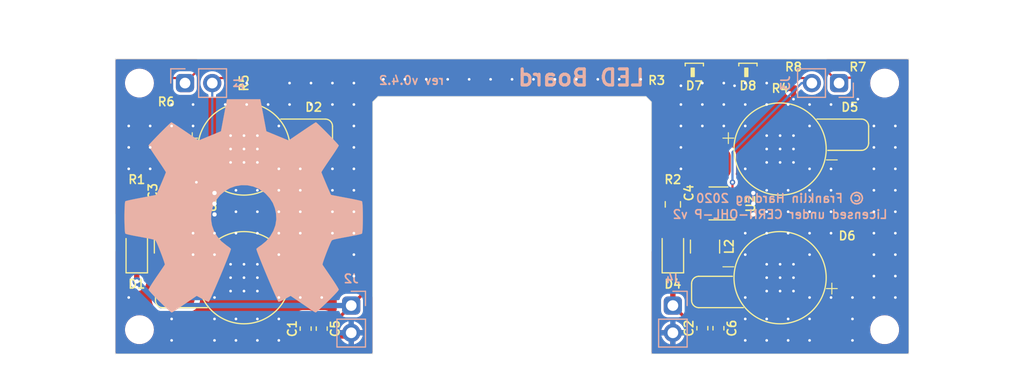
<source format=kicad_pcb>
(kicad_pcb (version 20221018) (generator pcbnew)
  (title_block (title "Gloworm") (date "2020-07-04") (rev "v0.4.0") (comment 1 "Copyright Franklin Harding 2020") (comment 2 "Licensed under CERN-OHL-P v2"))
  (layers (0 "F.Cu" signal) (31 "B.Cu" signal) (34 "B.Paste" user) (35 "F.Paste" user) (36 "B.SilkS" user "B.Silkscreen") (37 "F.SilkS" user "F.Silkscreen") (38 "B.Mask" user) (39 "F.Mask" user) (44 "Edge.Cuts" user))
  (net 0 "")
  (net 1 "+12V")
  (net 2 "GND")
  (net 3 "Net-(D1-Pad2)")
  (net 4 "Net-(D2-Pad2)")
  (net 5 "Net-(D2-Pad1)")
  (net 6 "Net-(D3-Pad1)")
  (net 7 "Net-(D4-Pad2)")
  (net 8 "Net-(D5-Pad2)")
  (net 9 "Net-(D5-Pad1)")
  (net 10 "Net-(D6-Pad1)")
  (net 11 "/CTRL_L")
  (net 12 "/USR_LED_A")
  (net 13 "/USR_LED_B")
  (net 14 "/CTRL_R")
  (net 15 "Net-(D7-Pad2)")
  (net 16 "Net-(D8-Pad2)")
  (footprint "Capacitor_SMD:C_0603_1608Metric" (layer "F.Cu") (at 50.75 65.15 -90)
    (fp_text reference "C1" (at 0 1.25 270) (layer "F.SilkS") (effects (font (size 0.8 0.8))))
    (fp_text value "10u")
    (pad "1" smd roundrect (at -0.7875 0 270) (size 0.875 0.95) (layers "F.Cu" "F.Paste" "F.Mask") (net 1 "+12V"))
    (pad "2" smd roundrect (at 0.7875 0 270) (size 0.875 0.95) (layers "F.Cu" "F.Paste" "F.Mask") (net 2 "GND"))
  )
  (footprint "Capacitor_SMD:C_0603_1608Metric" (layer "F.Cu") (at 87.75 65.1125 -90)
    (fp_text reference "C2" (at 0 1.25 270) (layer "F.SilkS") (effects (font (size 0.8 0.8))))
    (fp_text value "10u")
    (pad "1" smd roundrect (at -0.7875 0 270) (size 0.875 0.95) (layers "F.Cu" "F.Paste" "F.Mask") (net 1 "+12V"))
    (pad "2" smd roundrect (at 0.7875 0 270) (size 0.875 0.95) (layers "F.Cu" "F.Paste" "F.Mask") (net 2 "GND"))
  )
  (footprint "Inductor_SMD:L_1210_3225Metric" (layer "F.Cu") (at 38 57.5 90)
    (fp_text reference "L1" (at 0 2.25 270) (layer "F.SilkS") (effects (font (size 0.8 0.8))))
    (fp_text value "33u")
    (pad "1" smd roundrect (at -1.4 0 90) (size 1.25 2.65) (layers "F.Cu" "F.Paste" "F.Mask") (roundrect_rratio 0.2) (net 6 "Net-(D3-Pad1)"))
    (pad "2" smd roundrect (at 1.4 0 90) (size 1.25 2.65) (layers "F.Cu" "F.Paste" "F.Mask") (roundrect_rratio 0.2) (net 3 "Net-(D1-Pad2)"))
  )
  (footprint "Inductor_SMD:L_1210_3225Metric" (layer "F.Cu") (at 88 57.5 90)
    (fp_text reference "L2" (at 0 2.25 90) (layer "F.SilkS") (effects (font (size 0.8 0.8))))
    (fp_text value "33u")
    (pad "1" smd roundrect (at -1.4 0 90) (size 1.25 2.65) (layers "F.Cu" "F.Paste" "F.Mask") (roundrect_rratio 0.2) (net 10 "Net-(D6-Pad1)"))
    (pad "2" smd roundrect (at 1.4 0 90) (size 1.25 2.65) (layers "F.Cu" "F.Paste" "F.Mask") (roundrect_rratio 0.2) (net 7 "Net-(D4-Pad2)"))
  )
  (footprint "ledboard:LED_1W_3W_R8" (layer "F.Cu") (at 45 48.4 180)
    (fp_text reference "D2" (at -6.5 3.9) (layer "F.SilkS") (effects (font (size 0.8 0.8))))
    (fp_text value "GRN")
    (pad "1" smd roundrect locked (at -6.35 1.35 180) (size 3.5 2.7) (layers "F.Cu" "F.Paste" "F.Mask") (net 5 "Net-(D2-Pad1)"))
    (pad "2" smd roundrect locked (at 6.35 -1.35 180) (size 3.5 2.7) (layers "F.Cu" "F.Paste" "F.Mask") (net 4 "Net-(D2-Pad2)"))
    (pad "3" thru_hole circle locked (at -1.25 -1.25 180) (size 0.65 0.65) (drill 0.25) (layers "*.Cu") (net 2 "GND"))
    (pad "3" thru_hole circle locked (at -1.25 0 180) (size 0.65 0.65) (drill 0.25) (layers "*.Cu") (net 2 "GND"))
    (pad "3" thru_hole circle locked (at -1.25 1.25 180) (size 0.65 0.65) (drill 0.25) (layers "*.Cu") (net 2 "GND"))
    (pad "3" thru_hole circle locked (at 0 -1.25 180) (size 0.65 0.65) (drill 0.25) (layers "*.Cu") (net 2 "GND"))
    (pad "3" thru_hole circle locked (at 0 0 180) (size 0.65 0.65) (drill 0.25) (layers "*.Cu") (net 2 "GND"))
    (pad "3" smd circle locked (at 0 0 180) (size 5.7 5.7) (layers "F.Cu" "F.Paste" "F.Mask") (net 2 "GND"))
    (pad "3" thru_hole circle locked (at 0 1.25 180) (size 0.65 0.65) (drill 0.25) (layers "*.Cu") (net 2 "GND"))
    (pad "3" thru_hole circle locked (at 1.25 -1.25 180) (size 0.65 0.65) (drill 0.25) (layers "*.Cu") (net 2 "GND"))
    (pad "3" thru_hole circle locked (at 1.25 0 180) (size 0.65 0.65) (drill 0.25) (layers "*.Cu") (net 2 "GND"))
    (pad "3" thru_hole circle locked (at 1.25 1.25 180) (size 0.65 0.65) (drill 0.25) (layers "*.Cu") (net 2 "GND"))
  )
  (footprint "ledboard:LED_1W_3W_R8" (layer "F.Cu") (at 45 60.4)
    (fp_text reference "D3" (at 6.25 -3.9) (layer "F.SilkS") (effects (font (size 0.8 0.8))))
    (fp_text value "GRN")
    (pad "1" smd roundrect locked (at -6.35 1.35) (size 3.5 2.7) (layers "F.Cu" "F.Paste" "F.Mask") (net 6 "Net-(D3-Pad1)"))
    (pad "2" smd roundrect locked (at 6.35 -1.35) (size 3.5 2.7) (layers "F.Cu" "F.Paste" "F.Mask") (net 5 "Net-(D2-Pad1)"))
    (pad "3" thru_hole circle locked (at -1.25 -1.25) (size 0.65 0.65) (drill 0.25) (layers "*.Cu") (net 2 "GND"))
    (pad "3" thru_hole circle locked (at -1.25 0) (size 0.65 0.65) (drill 0.25) (layers "*.Cu") (net 2 "GND"))
    (pad "3" thru_hole circle locked (at -1.25 1.25) (size 0.65 0.65) (drill 0.25) (layers "*.Cu") (net 2 "GND"))
    (pad "3" thru_hole circle locked (at 0 -1.25) (size 0.65 0.65) (drill 0.25) (layers "*.Cu") (net 2 "GND"))
    (pad "3" thru_hole circle locked (at 0 0) (size 0.65 0.65) (drill 0.25) (layers "*.Cu") (net 2 "GND"))
    (pad "3" smd circle locked (at 0 0) (size 5.7 5.7) (layers "F.Cu" "F.Paste" "F.Mask") (net 2 "GND"))
    (pad "3" thru_hole circle locked (at 0 1.25) (size 0.65 0.65) (drill 0.25) (layers "*.Cu") (net 2 "GND"))
    (pad "3" thru_hole circle locked (at 1.25 -1.25) (size 0.65 0.65) (drill 0.25) (layers "*.Cu") (net 2 "GND"))
    (pad "3" thru_hole circle locked (at 1.25 0) (size 0.65 0.65) (drill 0.25) (layers "*.Cu") (net 2 "GND"))
    (pad "3" thru_hole circle locked (at 1.25 1.25) (size 0.65 0.65) (drill 0.25) (layers "*.Cu") (net 2 "GND"))
  )
  (footprint "ledboard:LED_1W_3W_R8" (layer "F.Cu") (at 95 48.4 180)
    (fp_text reference "D5" (at -6.5 3.9) (layer "F.SilkS") (effects (font (size 0.8 0.8))))
    (fp_text value "GRN")
    (pad "1" smd roundrect locked (at -6.35 1.35 180) (size 3.5 2.7) (layers "F.Cu" "F.Paste" "F.Mask") (net 9 "Net-(D5-Pad1)"))
    (pad "2" smd roundrect locked (at 6.35 -1.35 180) (size 3.5 2.7) (layers "F.Cu" "F.Paste" "F.Mask") (net 8 "Net-(D5-Pad2)"))
    (pad "3" thru_hole circle locked (at -1.25 -1.25 180) (size 0.65 0.65) (drill 0.25) (layers "*.Cu") (net 2 "GND"))
    (pad "3" thru_hole circle locked (at -1.25 0 180) (size 0.65 0.65) (drill 0.25) (layers "*.Cu") (net 2 "GND"))
    (pad "3" thru_hole circle locked (at -1.25 1.25 180) (size 0.65 0.65) (drill 0.25) (layers "*.Cu") (net 2 "GND"))
    (pad "3" thru_hole circle locked (at 0 -1.25 180) (size 0.65 0.65) (drill 0.25) (layers "*.Cu") (net 2 "GND"))
    (pad "3" thru_hole circle locked (at 0 0 180) (size 0.65 0.65) (drill 0.25) (layers "*.Cu") (net 2 "GND"))
    (pad "3" smd circle locked (at 0 0 180) (size 5.7 5.7) (layers "F.Cu" "F.Paste" "F.Mask") (net 2 "GND"))
    (pad "3" thru_hole circle locked (at 0 1.25 180) (size 0.65 0.65) (drill 0.25) (layers "*.Cu") (net 2 "GND"))
    (pad "3" thru_hole circle locked (at 1.25 -1.25 180) (size 0.65 0.65) (drill 0.25) (layers "*.Cu") (net 2 "GND"))
    (pad "3" thru_hole circle locked (at 1.25 0 180) (size 0.65 0.65) (drill 0.25) (layers "*.Cu") (net 2 "GND"))
    (pad "3" thru_hole circle locked (at 1.25 1.25 180) (size 0.65 0.65) (drill 0.25) (layers "*.Cu") (net 2 "GND"))
  )
  (footprint "ledboard:LED_1W_3W_R8" (layer "F.Cu") (at 95 60.4)
    (fp_text reference "D6" (at 6.25 -3.9) (layer "F.SilkS") (effects (font (size 0.8 0.8))))
    (fp_text value "GRN")
    (pad "1" smd roundrect locked (at -6.35 1.35) (size 3.5 2.7) (layers "F.Cu" "F.Paste" "F.Mask") (net 10 "Net-(D6-Pad1)"))
    (pad "2" smd roundrect locked (at 6.35 -1.35) (size 3.5 2.7) (layers "F.Cu" "F.Paste" "F.Mask") (net 9 "Net-(D5-Pad1)"))
    (pad "3" thru_hole circle locked (at -1.25 -1.25) (size 0.65 0.65) (drill 0.25) (layers "*.Cu") (net 2 "GND"))
    (pad "3" thru_hole circle locked (at -1.25 0) (size 0.65 0.65) (drill 0.25) (layers "*.Cu") (net 2 "GND"))
    (pad "3" thru_hole circle locked (at -1.25 1.25) (size 0.65 0.65) (drill 0.25) (layers "*.Cu") (net 2 "GND"))
    (pad "3" thru_hole circle locked (at 0 -1.25) (size 0.65 0.65) (drill 0.25) (layers "*.Cu") (net 2 "GND"))
    (pad "3" thru_hole circle locked (at 0 0) (size 0.65 0.65) (drill 0.25) (layers "*.Cu") (net 2 "GND"))
    (pad "3" smd circle locked (at 0 0) (size 5.7 5.7) (layers "F.Cu" "F.Paste" "F.Mask") (net 2 "GND"))
    (pad "3" thru_hole circle locked (at 0 1.25) (size 0.65 0.65) (drill 0.25) (layers "*.Cu") (net 2 "GND"))
    (pad "3" thru_hole circle locked (at 1.25 -1.25) (size 0.65 0.65) (drill 0.25) (layers "*.Cu") (net 2 "GND"))
    (pad "3" thru_hole circle locked (at 1.25 0) (size 0.65 0.65) (drill 0.25) (layers "*.Cu") (net 2 "GND"))
    (pad "3" thru_hole circle locked (at 1.25 1.25) (size 0.65 0.65) (drill 0.25) (layers "*.Cu") (net 2 "GND"))
  )
  (footprint "Resistor_SMD:R_0402_1005Metric" (layer "F.Cu") (at 43.75 42.265 -90)
    (fp_text reference "R5" (at -0.015 -1.25 90) (layer "F.SilkS") (effects (font (size 0.8 0.8))))
    (fp_text value "47k")
    (pad "1" smd roundrect (at -0.485 0 270) (size 0.59 0.64) (layers "F.Cu" "F.Paste" "F.Mask") (net 11 "/CTRL_L"))
    (pad "2" smd roundrect (at 0.485 0 270) (size 0.59 0.64) (layers "F.Cu" "F.Paste" "F.Mask") (net 2 "GND"))
  )
  (footprint "Resistor_SMD:R_0402_1005Metric" (layer "F.Cu") (at 37.75 42.265 -90)
    (fp_text reference "R6" (at 1.735 0) (layer "F.SilkS") (effects (font (size 0.8 0.8))))
    (fp_text value "47k")
    (pad "1" smd roundrect (at -0.485 0 270) (size 0.59 0.64) (layers "F.Cu" "F.Paste" "F.Mask") (net 12 "/USR_LED_A"))
    (pad "2" smd roundrect (at 0.485 0 270) (size 0.59 0.64) (layers "F.Cu" "F.Paste" "F.Mask") (net 2 "GND"))
  )
  (footprint "Resistor_SMD:R_0402_1005Metric" (layer "F.Cu") (at 102.25 42.235 -90)
    (fp_text reference "R7" (at -1.485 0 180) (layer "F.SilkS") (effects (font (size 0.8 0.8))))
    (fp_text value "47k")
    (pad "1" smd roundrect (at -0.485 0 270) (size 0.59 0.64) (layers "F.Cu" "F.Paste" "F.Mask") (net 13 "/USR_LED_B"))
    (pad "2" smd roundrect (at 0.485 0 270) (size 0.59 0.64) (layers "F.Cu" "F.Paste" "F.Mask") (net 2 "GND"))
  )
  (footprint "Resistor_SMD:R_0402_1005Metric" (layer "F.Cu") (at 96.25 42.265 -90)
    (fp_text reference "R8" (at -1.515 0 180) (layer "F.SilkS") (effects (font (size 0.8 0.8))))
    (fp_text value "47k")
    (pad "1" smd roundrect (at -0.485 0 270) (size 0.59 0.64) (layers "F.Cu" "F.Paste" "F.Mask") (net 14 "/CTRL_R"))
    (pad "2" smd roundrect (at 0.485 0 270) (size 0.59 0.64) (layers "F.Cu" "F.Paste" "F.Mask") (net 2 "GND"))
  )
  (footprint "ledboard:LTST-S220" (layer "F.Cu") (at 87 41.25)
    (fp_text reference "D7" (at 0 1.25) (layer "F.SilkS") (effects (font (size 0.8 0.8))))
    (fp_text value "GRN")
    (pad "1" smd roundrect (at -1.25 0) (size 1.5 1) (layers "F.Cu" "F.Paste" "F.Mask") (net 2 "GND"))
    (pad "2" smd roundrect (at 1.25 0) (size 1.5 1) (layers "F.Cu" "F.Paste" "F.Mask") (net 15 "Net-(D7-Pad2)"))
  )
  (footprint "ledboard:LTST-S220" (layer "F.Cu") (at 92 41.25)
    (fp_text reference "D8" (at 0 1.25) (layer "F.SilkS") (effects (font (size 0.8 0.8))))
    (fp_text value "RED")
    (pad "1" smd roundrect (at -1.25 0) (size 1.5 1) (layers "F.Cu" "F.Paste" "F.Mask") (net 2 "GND"))
    (pad "2" smd roundrect (at 1.25 0) (size 1.5 1) (layers "F.Cu" "F.Paste" "F.Mask") (net 16 "Net-(D8-Pad2)"))
  )
  (footprint "Resistor_SMD:R_0402_1005Metric" (layer "F.Cu") (at 83.485 40.75)
    (fp_text reference "R3" (at 0 1.25) (layer "F.SilkS") (effects (font (size 0.8 0.8))))
    (fp_text value "180")
    (pad "1" smd roundrect (at -0.485 0) (size 0.59 0.64) (layers "F.Cu" "F.Paste" "F.Mask") (net 12 "/USR_LED_A"))
    (pad "2" smd roundrect (at 0.485 0) (size 0.59 0.64) (layers "F.Cu" "F.Paste" "F.Mask") (net 15 "Net-(D7-Pad2)"))
  )
  (footprint "Resistor_SMD:R_0402_1005Metric" (layer "F.Cu") (at 95 41.235 -90)
    (fp_text reference "R4" (at 1.515 0 180) (layer "F.SilkS") (effects (font (size 0.8 0.8))))
    (fp_text value "180")
    (pad "1" smd roundrect (at -0.485 0 270) (size 0.59 0.64) (layers "F.Cu" "F.Paste" "F.Mask") (net 13 "/USR_LED_B"))
    (pad "2" smd roundrect (at 0.485 0 270) (size 0.59 0.64) (layers "F.Cu" "F.Paste" "F.Mask") (net 16 "Net-(D8-Pad2)"))
  )
  (footprint "ledboard:TSOT-23-5_RoundRect" (layer "F.Cu") (at 39.25 53.5 180)
    (fp_text reference "U1" (at -2.75 0 90) (layer "F.SilkS") (effects (font (size 0.8 0.8))))
    (fp_text value "AL8860")
    (pad "1" smd roundrect (at -1.31 -0.95 180) (size 1.22 0.65) (layers "F.Cu" "F.Paste" "F.Mask") (net 3 "Net-(D1-Pad2)"))
    (pad "2" smd roundrect (at -1.31 0 180) (size 1.22 0.65) (layers "F.Cu" "F.Paste" "F.Mask") (net 2 "GND"))
    (pad "3" smd roundrect (at -1.31 0.95 180) (size 1.22 0.65) (layers "F.Cu" "F.Paste" "F.Mask") (net 11 "/CTRL_L"))
    (pad "4" smd roundrect (at 1.31 0.95 180) (size 1.22 0.65) (layers "F.Cu" "F.Paste" "F.Mask") (net 4 "Net-(D2-Pad2)"))
    (pad "5" smd roundrect (at 1.31 -0.95 180) (size 1.22 0.65) (layers "F.Cu" "F.Paste" "F.Mask") (net 1 "+12V"))
  )
  (footprint "ledboard:TSOT-23-5_RoundRect" (layer "F.Cu") (at 89.25 53.5 180)
    (fp_text reference "U2" (at -3 0 90) (layer "F.SilkS") (effects (font (size 0.8 0.8))))
    (fp_text value "AL8860")
    (pad "1" smd roundrect (at -1.31 -0.95 180) (size 1.22 0.65) (layers "F.Cu" "F.Paste" "F.Mask") (net 7 "Net-(D4-Pad2)"))
    (pad "2" smd roundrect (at -1.31 0 180) (size 1.22 0.65) (layers "F.Cu" "F.Paste" "F.Mask") (net 2 "GND"))
    (pad "3" smd roundrect (at -1.31 0.95 180) (size 1.22 0.65) (layers "F.Cu" "F.Paste" "F.Mask") (net 14 "/CTRL_R"))
    (pad "4" smd roundrect (at 1.31 0.95 180) (size 1.22 0.65) (layers "F.Cu" "F.Paste" "F.Mask") (net 8 "Net-(D5-Pad2)"))
    (pad "5" smd roundrect (at 1.31 -0.95 180) (size 1.22 0.65) (layers "F.Cu" "F.Paste" "F.Mask") (net 1 "+12V"))
  )
  (footprint "MountingHole:MountingHole_2.2mm_M2_ISO7380" (layer "F.Cu") (at 104.75 42.25)
    (fp_text reference "REF**" hide)
    (fp_text value "MountingHole_2.2mm_M2_ISO7380")
    (pad "" np_thru_hole circle locked (at 0 0) (size 2.2 2.2) (drill 2.2) (layers "*.Cu" "*.Mask"))
  )
  (footprint "MountingHole:MountingHole_2.2mm_M2_ISO7380" (layer "F.Cu") (at 35.25 42.25)
    (fp_text reference "REF**" hide)
    (fp_text value "MountingHole_2.2mm_M2_ISO7380")
    (pad "" np_thru_hole circle locked (at 0 0) (size 2.2 2.2) (drill 2.2) (layers "*.Cu" "*.Mask"))
  )
  (footprint "MountingHole:MountingHole_2.2mm_M2_ISO7380" (layer "F.Cu") (at 35.25 65.25)
    (fp_text reference "REF**" hide)
    (fp_text value "MountingHole_2.2mm_M2_ISO7380")
    (pad "" np_thru_hole circle locked (at 0 0) (size 2.2 2.2) (drill 2.2) (layers "*.Cu" "*.Mask"))
  )
  (footprint "Capacitor_SMD:C_0402_1005Metric" (layer "F.Cu") (at 36.5 54.25 90)
    (fp_text reference "C3" (at 1 0 90) (layer "F.SilkS") (effects (font (size 0.8 0.8)) (justify left)))
    (fp_text value "100n")
    (pad "1" smd roundrect (at -0.485 0 90) (size 0.59 0.64) (layers "F.Cu" "F.Paste" "F.Mask") (net 1 "+12V"))
    (pad "2" smd roundrect (at 0.485 0 90) (size 0.59 0.64) (layers "F.Cu" "F.Paste" "F.Mask") (net 2 "GND"))
  )
  (footprint "Capacitor_SMD:C_0402_1005Metric" (layer "F.Cu") (at 86.5 54.235 90)
    (fp_text reference "C4" (at 1.75 0 90) (layer "F.SilkS") (effects (font (size 0.8 0.8))))
    (fp_text value "100n")
    (pad "1" smd roundrect (at -0.485 0 90) (size 0.59 0.64) (layers "F.Cu" "F.Paste" "F.Mask") (net 1 "+12V"))
    (pad "2" smd roundrect (at 0.485 0 90) (size 0.59 0.64) (layers "F.Cu" "F.Paste" "F.Mask") (net 2 "GND"))
  )
  (footprint "Diode_SMD:D_PowerDI-123" (layer "F.Cu") (at 35 57.75 90)
    (fp_text reference "D1" (at -3.25 0) (layer "F.SilkS") (effects (font (size 0.8 0.8))))
    (fp_text value "SBR3U30P1-7")
    (pad "1" smd rect (at -0.85 0 270) (size 2.4 1.5) (layers "F.Cu" "F.Paste" "F.Mask") (net 1 "+12V"))
    (pad "2" smd rect (at 1.525 0 270) (size 1.05 1.5) (layers "F.Cu" "F.Paste" "F.Mask") (net 3 "Net-(D1-Pad2)"))
  )
  (footprint "Diode_SMD:D_PowerDI-123" (layer "F.Cu") (at 85 57.75 90)
    (fp_text reference "D4" (at -3.25 0 180) (layer "F.SilkS") (effects (font (size 0.8 0.8))))
    (fp_text value "SBR3U30P1-7")
    (pad "1" smd rect (at -0.85 0 270) (size 2.4 1.5) (layers "F.Cu" "F.Paste" "F.Mask") (net 1 "+12V"))
    (pad "2" smd rect (at 1.525 0 270) (size 1.05 1.5) (layers "F.Cu" "F.Paste" "F.Mask") (net 7 "Net-(D4-Pad2)"))
  )
  (footprint "Fiducial:Fiducial_1mm_Mask2mm" (layer "F.Cu") (at 47.25 42.25)
    (fp_text reference "FID1" hide)
    (fp_text value "Fiducial_1mm_Mask2mm")
    (pad "" smd circle locked (at 0 0) (size 1 1) (layers "F.Cu" "F.Mask") (clearance 0.5))
  )
  (footprint "Fiducial:Fiducial_1mm_Mask2mm" (layer "F.Cu") (at 40.25 65.25)
    (fp_text reference "FID2" hide)
    (fp_text value "Fiducial_1mm_Mask2mm")
    (pad "" smd circle locked (at 0 0) (size 1 1) (layers "F.Cu" "F.Mask") (clearance 0.5))
  )
  (footprint "Resistor_SMD:R_0805_2012Metric" (layer "F.Cu") (at 35 53.5625 -90)
    (fp_text reference "R1" (at -2.3125 0 180) (layer "F.SilkS") (effects (font (size 0.8 0.8))))
    (fp_text value "0.3, 1%")
    (pad "1" smd roundrect (at -0.9375 0 270) (size 0.975 1.4) (layers "F.Cu" "F.Paste" "F.Mask") (net 4 "Net-(D2-Pad2)"))
    (pad "2" smd roundrect (at 0.9375 0 270) (size 0.975 1.4) (layers "F.Cu" "F.Paste" "F.Mask") (net 1 "+12V"))
  )
  (footprint "Resistor_SMD:R_0805_2012Metric" (layer "F.Cu") (at 85 53.5625 -90)
    (fp_text reference "R2" (at -2.3125 0 180) (layer "F.SilkS") (effects (font (size 0.8 0.8))))
    (fp_text value "0.3, 1%")
    (pad "1" smd roundrect (at -0.9375 0 270) (size 0.975 1.4) (layers "F.Cu" "F.Paste" "F.Mask") (net 8 "Net-(D5-Pad2)"))
    (pad "2" smd roundrect (at 0.9375 0 270) (size 0.975 1.4) (layers "F.Cu" "F.Paste" "F.Mask") (net 1 "+12V"))
  )
  (footprint "Capacitor_SMD:C_0603_1608Metric" (layer "F.Cu") (at 52.25 65.15 -90)
    (fp_text reference "C5" (at 0 -1.25 90) (layer "F.SilkS") (effects (font (size 0.8 0.8))))
    (fp_text value "10u")
    (pad "1" smd roundrect (at -0.7875 0 270) (size 0.875 0.95) (layers "F.Cu" "F.Paste" "F.Mask") (net 1 "+12V"))
    (pad "2" smd roundrect (at 0.7875 0 270) (size 0.875 0.95) (layers "F.Cu" "F.Paste" "F.Mask") (net 2 "GND"))
  )
  (footprint "Capacitor_SMD:C_0603_1608Metric" (layer "F.Cu") (at 89.25 65.1125 -90)
    (fp_text reference "C6" (at 0 -1.25 90) (layer "F.SilkS") (effects (font (size 0.8 0.8))))
    (fp_text value "10u")
    (pad "1" smd roundrect (at -0.7875 0 270) (size 0.875 0.95) (layers "F.Cu" "F.Paste" "F.Mask") (net 1 "+12V"))
    (pad "2" smd roundrect (at 0.7875 0 270) (size 0.875 0.95) (layers "F.Cu" "F.Paste" "F.Mask") (net 2 "GND"))
  )
  (footprint "MountingHole:MountingHole_2.2mm_M2_ISO7380" (layer "F.Cu") (at 104.75 65.25)
    (fp_text reference "REF**" hide)
    (fp_text value "MountingHole_2.2mm_M2_ISO7380")
    (pad "" np_thru_hole circle locked (at 0 0) (size 2.2 2.2) (drill 2.2) (layers "*.Cu" "*.Mask"))
  )
  (footprint "Fiducial:Fiducial_1mm_Mask2mm" (layer "F.Cu") (at 99.75 65.25)
    (fp_text reference "FID3" hide)
    (fp_text value "Fiducial_1mm_Mask2mm")
    (pad "" smd circle locked (at 0 0) (size 1 1) (layers "F.Cu" "F.Mask") (clearance 0.5))
  )
  (footprint "Symbol:OSHW-Symbol_22.3x20mm_SilkScreen" (layer "B.Cu") (at 45 53.75 180)
    (fp_text reference "REF**" hide)
    (fp_text value "OSHW-Symbol_22.3x20mm_SilkScreen" hide)
  )
  (footprint "ledboard:PinHeader_1x02_P2.54mm_Vertical_RoundRect" (layer "B.Cu") (at 39.5 42.25 -90)
    (fp_text reference "J1" (at 0 -5 90) (layer "B.SilkS") (effects (font (size 0.8 0.8)) (justify mirror)))
    (fp_text value "LEFT")
    (pad "1" thru_hole roundrect locked (at 0 0 270) (size 1.7 1.7) (drill 1) (layers "*.Cu" "*.Mask") (net 12 "/USR_LED_A"))
    (pad "2" thru_hole oval locked (at 0 -2.54 270) (size 1.7 1.7) (drill 1) (layers "*.Cu" "*.Mask") (net 11 "/CTRL_L"))
  )
  (footprint "ledboard:PinHeader_1x02_P2.54mm_Vertical_RoundRect" (layer "B.Cu") (at 55 63 180)
    (fp_text reference "J2" (at 0 2.5) (layer "B.SilkS") (effects (font (size 0.8 0.8)) (justify mirror)))
    (fp_text value "PWR_L")
    (pad "1" thru_hole roundrect locked (at 0 0 180) (size 1.7 1.7) (drill 1) (layers "*.Cu" "*.Mask") (net 1 "+12V"))
    (pad "2" thru_hole oval locked (at 0 -2.54 180) (size 1.7 1.7) (drill 1) (layers "*.Cu" "*.Mask") (net 2 "GND"))
  )
  (footprint "ledboard:PinHeader_1x02_P2.54mm_Vertical_RoundRect" (layer "B.Cu") (at 100.5 42.25 90)
    (fp_text reference "J3" (at 0 -5 90) (layer "B.SilkS") (effects (font (size 0.8 0.8)) (justify mirror)))
    (fp_text value "RIGHT")
    (pad "1" thru_hole roundrect locked (at 0 0 90) (size 1.7 1.7) (drill 1) (layers "*.Cu" "*.Mask") (net 13 "/USR_LED_B"))
    (pad "2" thru_hole oval locked (at 0 -2.54 90) (size 1.7 1.7) (drill 1) (layers "*.Cu" "*.Mask") (net 14 "/CTRL_R"))
  )
  (footprint "ledboard:PinHeader_1x02_P2.54mm_Vertical_RoundRect" (layer "B.Cu") (at 85 63 180)
    (fp_text reference "J4" (at 0 2.5) (layer "B.SilkS") (effects (font (size 0.8 0.8)) (justify mirror)))
    (fp_text value "PWR_R")
    (pad "1" thru_hole roundrect locked (at 0 0 180) (size 1.7 1.7) (drill 1) (layers "*.Cu" "*.Mask") (net 1 "+12V"))
    (pad "2" thru_hole oval locked (at 0 -2.54 180) (size 1.7 1.7) (drill 1) (layers "*.Cu" "*.Mask") (net 2 "GND"))
  )
  (gr_line (start 83 44) (end 83 67.5) (stroke (width 0.05)) (layer "Edge.Cuts"))
  (gr_line (start 82.5 43.5) (end 83 44) (stroke (width 0.05)) (layer "Edge.Cuts"))
  (gr_line (start 33 67.5) (end 33 40) (stroke (width 0.05)) (layer "Edge.Cuts"))
  (gr_line (start 107 67.5) (end 107 40) (stroke (width 0.05)) (layer "Edge.Cuts"))
  (gr_line (start 107 40) (end 33 40) (stroke (width 0.05)) (layer "Edge.Cuts"))
  (gr_line (start 57 67.5) (end 33 67.5) (stroke (width 0.05)) (layer "Edge.Cuts"))
  (gr_line (start 57.5 43.5) (end 82.5 43.5) (stroke (width 0.05)) (layer "Edge.Cuts"))
  (gr_line (start 57 67.5) (end 57 44) (stroke (width 0.05)) (layer "Edge.Cuts"))
  (gr_line (start 57 44) (end 57.5 43.5) (stroke (width 0.05)) (layer "Edge.Cuts"))
  (gr_line (start 83 67.5) (end 107 67.5) (stroke (width 0.05)) (layer "Edge.Cuts"))
  (gr_text "Licensed under CERN-OHL-P v2" (at 95 54.5) (layer "B.SilkS") (effects (font (size 0.8 0.8)) (justify mirror)))
  (gr_text "LED Board" (at 82.5 41.75) (layer "B.SilkS") (effects (font (size 1.5 1.5) (thickness 0.3)) (justify left mirror)))
  (gr_text "rev v0.4.2" (at 57.5 42) (layer "B.SilkS") (effects (font (size 0.8 0.8)) (justify right mirror)))
  (gr_text "© Franklin Harding 2020" (at 95 53) (layer "B.SilkS") (effects (font (size 0.8 0.8)) (justify mirror)))
  (segment (start 37.655 54.735) (end 37.94 54.45) (width 0.3) (layer "F.Cu") (net 1))
  (segment (start 52.25 64.3625) (end 53.6375 64.3625) (width 0.3) (layer "F.Cu") (net 1))
  (segment (start 36.5 54.735) (end 37.655 54.735) (width 0.3) (layer "F.Cu") (net 1))
  (segment (start 86.5 54.72) (end 85.22 54.72) (width 0.3) (layer "F.Cu") (net 1))
  (segment (start 83.6 57.2) (end 83.6 55.2) (width 0.5) (layer "F.Cu") (net 1))
  (segment (start 57.25 43) (end 56.5 43.75) (width 0.3) (layer "F.Cu") (net 1))
  (segment (start 33.6 55.2) (end 34.3 54.5) (width 0.5) (layer "F.Cu") (net 1))
  (segment (start 86.325 64.325) (end 85 63) (width 0.3) (layer "F.Cu") (net 1))
  (segment (start 53.6375 64.3625) (end 55 63) (width 0.3) (layer "F.Cu") (net 1))
  (segment (start 34.3 54.5) (end 35 54.5) (width 0.5) (layer "F.Cu") (net 1))
  (segment (start 35 60.75) (end 35 58.6) (width 0.5) (layer "F.Cu") (net 1))
  (segment (start 87.67 54.72) (end 87.94 54.45) (width 0.3) (layer "F.Cu") (net 1))
  (segment (start 83.6 55.2) (end 84.3 54.5) (width 0.5) (layer "F.Cu") (net 1))
  (segment (start 84.3 54.5) (end 85 54.5) (width 0.5) (layer "F.Cu") (net 1))
  (segment (start 83.5 43.75) (end 82.75 43) (width 0.3) (layer "F.Cu") (net 1))
  (segment (start 85.22 54.72) (end 85 54.5) (width 0.3) (layer "F.Cu") (net 1))
  (segment (start 56.5 61.5) (end 55 63) (width 0.3) (layer "F.Cu") (net 1))
  (segment (start 87.75 64.325) (end 86.325 64.325) (width 0.3) (layer "F.Cu") (net 1))
  (segment (start 35 58.6) (end 33.6 57.2) (width 0.5) (layer "F.Cu") (net 1))
  (segment (start 82.75 43) (end 57.25 43) (width 0.3) (layer "F.Cu") (net 1))
  (segment (start 36.5 54.735) (end 35.235 54.735) (width 0.3) (layer "F.Cu") (net 1))
  (segment (start 87.75 64.325) (end 89.25 64.325) (width 0.3) (layer "F.Cu") (net 1))
  (segment (start 83.5 53) (end 83.5 43.75) (width 0.3) (layer "F.Cu") (net 1))
  (segment (start 85 54.5) (end 83.5 53) (width 0.3) (layer "F.Cu") (net 1))
  (segment (start 85 63) (end 85 58.6) (width 0.5) (layer "F.Cu") (net 1))
  (segment (start 85 58.6) (end 83.6 57.2) (width 0.5) (layer "F.Cu") (net 1))
  (segment (start 56.5 43.75) (end 56.5 61.5) (width 0.3) (layer "F.Cu") (net 1))
  (segment (start 35.235 54.735) (end 35 54.5) (width 0.3) (layer "F.Cu") (net 1))
  (segment (start 50.75 64.3625) (end 52.25 64.3625) (width 0.3) (layer "F.Cu") (net 1))
  (segment (start 86.5 54.72) (end 87.67 54.72) (width 0.3) (layer "F.Cu") (net 1))
  (segment (start 33.6 57.2) (end 33.6 55.2) (width 0.5) (layer "F.Cu") (net 1))
  (via (at 35 60.75) (size 0.8) (drill 0.4) (layers "F.Cu" "B.Cu") (net 1))
  (segment (start 37.25 63) (end 35 60.75) (width 0.5) (layer "B.Cu") (net 1))
  (segment (start 55 63) (end 37.25 63) (width 0.5) (layer "B.Cu") (net 1))
  (segment (start 96.25 42.75) (end 96.25 43.75) (width 0.2) (layer "F.Cu") (net 2))
  (segment (start 90.56 53.5) (end 86.75 53.5) (width 0.3) (layer "F.Cu") (net 2))
  (segment (start 50.75 65.9375) (end 52.25 65.9375) (width 0.3) (layer "F.Cu") (net 2))
  (segment (start 54.6025 65.9375) (end 55 65.54) (width 0.3) (layer "F.Cu") (net 2))
  (segment (start 102.25 42.72) (end 102.25 43.75) (width 0.2) (layer "F.Cu") (net 2))
  (segment (start 36.765 53.5) (end 36.5 53.765) (width 0.3) (layer "F.Cu") (net 2))
  (segment (start 40.56 53.5) (end 36.765 53.5) (width 0.3) (layer "F.Cu") (net 2))
  (segment (start 86.75 53.5) (end 86.5 53.75) (width 0.3) (layer "F.Cu") (net 2))
  (segment (start 90.75 41.25) (end 90.75 42.5) (width 0.2) (layer "F.Cu") (net 2))
  (segment (start 92.5 53.5) (end 90.56 53.5) (width 0.3) (layer "F.Cu") (net 2))
  (segment (start 52.25 65.9375) (end 54.6025 65.9375) (width 0.3) (layer "F.Cu") (net 2))
  (segment (start 40.56 53.5) (end 42.25 53.5) (width 0.3) (layer "F.Cu") (net 2))
  (segment (start 85.75 41.25) (end 85.75 42.5) (width 0.2) (layer "F.Cu") (net 2))
  (via (at 42.25 58.25) (size 0.5) (drill 0.25) (layers "F.Cu" "B.Cu") (net 2))
  (via (at 102.25 43.75) (size 0.5) (drill 0.25) (layers "F.Cu" "B.Cu") (net 2))
  (via (at 103.75 52.25) (size 0.5) (drill 0.25) (layers "F.Cu" "B.Cu") (net 2))
  (via (at 103.75 62.25) (size 0.5) (drill 0.25) (layers "F.Cu" "B.Cu") (net 2))
  (via (at 95.75 44.25) (size 0.5) (drill 0.25) (layers "F.Cu" "B.Cu") (net 2))
  (via (at 78 41.9) (size 0.5) (drill 0.25) (layers "F.Cu" "B.Cu") (net 2))
  (via (at 48.25 52.25) (size 0.5) (drill 0.25) (layers "F.Cu" "B.Cu") (net 2))
  (via (at 99.75 54.25) (size 0.5) (drill 0.25) (layers "F.Cu" "B.Cu") (net 2))
  (via (at 38.25 66.25) (size 0.5) (drill 0.25) (layers "F.Cu" "B.Cu") (net 2))
  (via (at 40.25 58.25) (size 0.5) (drill 0.25) (layers "F.Cu" "B.Cu") (net 2))
  (via (at 38.25 64.25) (size 0.5) (drill 0.25) (layers "F.Cu" "B.Cu") (net 2))
  (via (at 44.25 56.25) (size 0.5) (drill 0.25) (layers "F.Cu" "B.Cu") (net 2))
  (via (at 34.25 50.25) (size 0.5) (drill 0.25) (layers "F.Cu" "B.Cu") (net 2))
  (via (at 90.75 42.5) (size 0.5) (drill 0.25) (layers "F.Cu" "B.Cu") (net 2))
  (via (at 55.25 50.25) (size 0.5) (drill 0.25) (layers "F.Cu" "B.Cu") (net 2))
  (via (at 99.75 62.25) (size 0.5) (drill 0.25) (layers "F.Cu" "B.Cu") (net 2))
  (via (at 91.75 62.25) (size 0.5) (drill 0.25) (layers "F.Cu" "B.Cu") (net 2))
  (via (at 82 41.9) (size 0.5) (drill 0.25) (layers "F.Cu" "B.Cu") (net 2))
  (via (at 95.75 64.25) (size 0.5) (drill 0.25) (layers "F.Cu" "B.Cu") (net 2))
  (via (at 101.75 62.25) (size 0.5) (drill 0.25) (layers "F.Cu" "B.Cu") (net 2))
  (via (at 92.5 53.5) (size 0.8) (drill 0.4) (layers "F.Cu" "B.Cu") (net 2))
  (via (at 55.25 46.25) (size 0.5) (drill 0.25) (layers "F.Cu" "B.Cu") (net 2))
  (via (at 105.75 50.25) (size 0.5) (drill 0.25) (layers "F.Cu" "B.Cu") (net 2))
  (via (at 42.25 66.25) (size 0.5) (drill 0.25) (layers "F.Cu" "B.Cu") (net 2))
  (via (at 46.25 56.25) (size 0.5) (drill 0.25) (layers "F.Cu" "B.Cu") (net 2))
  (via (at 95.75 52.25) (size 0.5) (drill 0.25) (layers "F.Cu" "B.Cu") (net 2))
  (via (at 50.25 56.25) (size 0.5) (drill 0.25) (layers "F.Cu" "B.Cu") (net 2))
  (via (at 91.75 56.25) (size 0.5) (drill 0.25) (layers "F.Cu" "B.Cu") (net 2))
  (via (at 50.25 54.25) (size 0.5) (drill 0.25) (layers "F.Cu" "B.Cu") (net 2))
  (via (at 74 41.9) (size 0.5) (drill 0.25) (layers "F.Cu" "B.Cu") (net 2))
  (via (at 97.75 52.25) (size 0.5) (drill 0.25) (layers "F.Cu" "B.Cu") (net 2))
  (via (at 91.75 50.25) (size 0.5) (drill 0.25) (layers "F.Cu" "B.Cu") (net 2))
  (via (at 38.25 46.25) (size 0.5) (drill 0.25) (layers "F.Cu" "B.Cu") (net 2))
  (via (at 48.25 66.25) (size 0.5) (drill 0.25) (layers "F.Cu" "B.Cu") (net 2))
  (via (at 50.25 50.25) (size 0.5) (drill 0.25) (layers "F.Cu" "B.Cu") (net 2))
  (via (at 38.25 44.25) (size 0.5) (drill 0.25) (layers "F.Cu" "B.Cu") (net 2))
  (via (at 49.25 44.25) (size 0.5) (drill 0.25) (layers "F.Cu" "B.Cu") (net 2))
  (via (at 51.25 44.25) (size 0.5) (drill 0.25) (layers "F.Cu" "B.Cu") (net 2))
  (via (at 92.5 54.5) (size 0.8) (drill 0.4) (layers "F.Cu" "B.Cu") (net 2))
  (via (at 53.25 56.25) (size 0.5) (drill 0.25) (layers "F.Cu" "B.Cu") (net 2))
  (via (at 89.75 44.25) (size 0.5) (drill 0.25) (layers "F.Cu" "B.Cu") (net 2))
  (via (at 53.25 42.25) (size 0.5) (drill 0.25) (layers "F.Cu" "B.Cu") (net 2))
  (via (at 101.75 44.25) (size 0.5) (drill 0.25) (layers "F.Cu" "B.Cu") (net 2))
  (via (at 50.25 52.25) (size 0.5) (drill 0.25) (layers "F.Cu" "B.Cu") (net 2))
  (via (at 99.75 52.25) (size 0.5) (drill 0.25) (layers "F.Cu" "B.Cu") (net 2))
  (via (at 101.75 66.25) (size 0.5) (drill 0.25) (layers "F.Cu" "B.Cu") (net 2))
  (via (at 103.75 50.25) (size 0.5) (drill 0.25) (layers "F.Cu" "B.Cu") (net 2))
  (via (at 40.25 44.25) (size 0.5) (drill 0.25) (layers "F.Cu" "B.Cu") (net 2))
  (via (at 103.75 56.25) (size 0.5) (drill 0.25) (layers "F.Cu" "B.Cu") (net 2))
  (via (at 42.25 54.5) (size 0.8) (drill 0.4) (layers "F.Cu" "B.Cu") (net 2))
  (via (at 68 41.9) (size 0.5) (drill 0.25) (layers "F.Cu" "B.Cu") (net 2))
  (via (at 53.25 54.25) (size 0.5) (drill 0.25) (layers "F.Cu" "B.Cu") (net 2))
  (via (at 91.75 58.25) (size 0.5) (drill 0.25) (layers "F.Cu" "B.Cu") (net 2))
  (via (at 103.75 58.25) (size 0.5) (drill 0.25) (layers "F.Cu" "B.Cu") (net 2))
  (via (at 105.75 48.25) (size 0.5) (drill 0.25) (layers "F.Cu" "B.Cu") (net 2))
  (via (at 46.25 64.25) (size 0.5) (drill 0.25) (layers "F.Cu" "B.Cu") (net 2))
  (via (at 48.25 46.25) (size 0.5) (drill 0.25) (layers "F.Cu" "B.Cu") (net 2))
  (via (at 93.75 56.25) (size 0.5) (drill 0.25) (layers "F.Cu" "B.Cu") (net 2))
  (via (at 95.75 54.25) (size 0.5) (drill 0.25) (layers "F.Cu" "B.Cu") (net 2))
  (via (at 62 41.9) (size 0.5) (drill 0.25) (layers "F.Cu" "B.Cu") (net 2))
  (via (at 99.75 50.25) (size 0.5) (drill 0.25) (layers "F.Cu" "B.Cu") (net 2))
  (via (at 76 41.9) (size 0.5) (drill 0.25) (layers "F.Cu" "B.Cu") (net 2))
  (via (at 55.25 48.25) (size 0.5) (drill 0.25) (layers "F.Cu" "B.Cu") (net 2))
  (via (at 48.25 50.25) (size 0.5) (drill 0.25) (layers "F.Cu" "B.Cu") (net 2))
  (via (at 85.75 50.25) (size 0.5) (drill 0.25) (layers "F.Cu" "B.Cu") (net 2))
  (via (at 97.75 58.25) (size 0.5) (drill 0.25) (layers "F.Cu" "B.Cu") (net 2))
  (via (at 96.25 43.75) (size 0.5) (drill 0.25) (layers "F.Cu" "B.Cu") (net 2))
  (via (at 47.25 44.25) (size 0.5) (drill 0.25) (layers "F.Cu" "B.Cu") (net 2))
  (via (at 42.25 53.5) (size 0.8) (drill 0.4) (layers "F.Cu" "B.Cu") (net 2))
  (via (at 52.25 62.25) (size 0.5) (drill 0.25) (layers "F.Cu" "B.Cu") (net 2))
  (via (at 93.75 42.25) (size 0.5) (drill 0.25) (layers "F.Cu" "B.Cu") (net 2))
  (via (at 97.75 62.25) (size 0.5) (drill 0.25) (layers "F.Cu" "B.Cu") (net 2))
  (via (at 55.25 42.25) (size 0.5) (drill 0.25) (layers "F.Cu" "B.Cu") (net 2))
  (via (at 34.25 62.25) (size 0.5) (drill 0.25) (layers "F.Cu" "B.Cu") (net 2))
  (via (at 55.25 44.25) (size 0.5) (drill 0.25) (layers "F.Cu" "B.Cu") (net 2))
  (via (at 85.75 42.5) (size 0.5) (drill 0.25) (layers "F.Cu" "B.Cu") (net 2))
  (via (at 97.75 56.25) (size 0.5) (drill 0.25) (layers "F.Cu" "B.Cu") (net 2))
  (via (at 46.25 54.25) (size 0.5) (drill 0.25) (layers "F.Cu" "B.Cu") (net 2))
  (via (at 53.25 44.25) (size 0.5) (drill 0.25) (layers "F.Cu" "B.Cu") (net 2))
  (via (at 105.75 62.25) (size 0.5) (drill 0.25) (layers "F.Cu" "B.Cu") (net 2))
  (via (at 95.75 66.25) (size 0.5) (drill 0.25) (layers "F.Cu" "B.Cu") (net 2))
  (via (at 91.75 64.25) (size 0.5) (drill 0.25) (layers "F.Cu" "B.Cu") (net 2))
  (via (at 45.25 42.25) (size 0.5) (drill 0.25) (layers "F.Cu" "B.Cu") (net 2))
  (via (at 55.25 52.25) (size 0.5) (drill 0.25) (layers "F.Cu" "B.Cu") (net 2))
  (via (at 85.75 46.25) (size 0.5) (drill 0.25) (layers "F.Cu" "B.Cu") (net 2))
  (via (at 40.25 56.25) (size 0.5) (drill 0.25) (layers "F.Cu" "B.Cu") (net 2))
  (via (at 99.75 44.25) (size 0.5) (drill 0.25) (layers "F.Cu" "B.Cu") (net 2))
  (via (at 36.25 46.25) (size 0.5) (drill 0.25) (layers "F.Cu" "B.Cu") (net 2))
  (via (at 49.25 42.25) (size 0.5) (drill 0.25) (layers "F.Cu" "B.Cu") (net 2))
  (via (at 91.75 42.25) (size 0.5) (drill 0.25) (layers "F.Cu" "B.Cu") (net 2))
  (via (at 91.75 66.25) (size 0.5) (drill 0.25) (layers "F.Cu" "B.Cu") (net 2))
  (via (at 44.25 64.25) (size 0.5) (drill 0.25) (layers "F.Cu" "B.Cu") (net 2))
  (via (at 64 41.9) (size 0.5) (drill 0.25) (layers "F.Cu" "B.Cu") (net 2))
  (via (at 42.25 62.25) (size 0.5) (drill 0.25) (layers "F.Cu" "B.Cu") (net 2))
  (via (at 103.75 60.25) (size 0.5) (drill 0.25) (layers "F.Cu" "B.Cu") (net 2))
  (via (at 93.75 54.25) (size 0.5) (drill 0.25) (layers "F.Cu" "B.Cu") (net 2))
  (via (at 93.75 52.25) (size 0.5) (drill 0.25) (layers "F.Cu" "B.Cu") (net 2))
  (via (at 40.25 46.25) (size 0.5) (drill 0.25) (layers "F.Cu" "B.Cu") (net 2))
  (via (at 105.75 58.25) (size 0.5) (drill 0.25) (layers "F.Cu" "B.Cu") (net 2))
  (via (at 53.25 52.25) (size 0.5) (drill 0.25) (layers "F.Cu" "B.Cu") (net 2))
  (via (at 93.75 66.25) (size 0.5) (drill 0.25) (layers "F.Cu" "B.Cu") (net 2))
  (via (at 36.25 48.25) (size 0.5) (drill 0.25) (layers "F.Cu" "B.Cu") (net 2))
  (via (at 91.75 46.25) (size 0.5) (drill 0.25) (layers "F.Cu" "B.Cu") (net 2))
  (via (at 97.75 64.25) (size 0.5) (drill 0.25) (layers "F.Cu" "B.Cu") (net 2))
  (via (at 103.75 46.25) (size 0.5) (drill 0.25) (layers "F.Cu" "B.Cu") (net 2))
  (via (at 48.25 62.25) (size 0.5) (drill 0.25) (layers "F.Cu" "B.Cu") (net 2))
  (via (at 42.25 52.5) (size 0.8) (drill 0.4) (layers "F.Cu" "B.Cu") (net 2))
  (via (at 58 41.9) (size 0.5) (drill 0.25) (layers "F.Cu" "B.Cu") (net 2))
  (via (at 97.75 66.25) (size 0.5) (drill 0.25) (layers "F.Cu" "B.Cu") (net 2))
  (via (at 87.75 44.25) (size 0.5) (drill 0.25) (layers "F.Cu" "B.Cu") (net 2))
  (via (at 55.25 54.25) (size 0.5) (drill 0.25) (layers "F.Cu" "B.Cu") (net 2))
  (via (at 87.75 42.25) (size 0.5) (drill 0.25) (layers "F.Cu" "B.Cu") (net 2))
  (via (at 44.25 66.25) (size 0.5) (drill 0.25) (layers "F.Cu" "B.Cu") (net 2))
  (via (at 92.5 52.5) (size 0.8) (drill 0.4) (layers "F.Cu" "B.Cu") (net 2))
  (via (at 80 41.9) (size 0.5) (drill 0.25) (layers "F.Cu" "B.Cu") (net 2))
  (via (at 99.75 56.25) (size 0.5) (drill 0.25) (layers "F.Cu" "B.Cu") (net 2))
  (via (at 51.25 42.25) (size 0.5) (drill 0.25) (layers "F.Cu" "B.Cu") (net 2))
  (via (at 89.75 42.25) (size 0.5) (drill 0.25) (layers "F.Cu" "B.Cu") (net 2))
  (via (at 91.75 44.25) (size 0.5) (drill 0.25) (layers "F.Cu" "B.Cu") (net 2))
  (via (at 55.25 60.25) (size 0.5) (drill 0.25) (layers "F.Cu" "B.Cu") (net 2))
  (via (at 36.25 50.25) (size 0.5) (drill 0.25) (layers "F.Cu" "B.Cu") (net 2))
  (via (at 105.75 60.25) (size 0.5) (drill 0.25) (layers "F.Cu" "B.Cu") (net 2))
  (via (at 101.75 64.25) (size 0.5) (drill 0.25) (layers "F.Cu" "B.Cu") (net 2))
  (via (at 43.25 44.25) (size 0.5) (drill 0.25) (layers "F.Cu" "B.Cu") (net 2))
  (via (at 34.25 46.25) (size 0.5) (drill 0.25) (layers "F.Cu" "B.Cu") (net 2))
  (via (at 105.75 54.25) (size 0.5) (drill 0.25) (layers "F.Cu" "B.Cu") (net 2))
  (via (at 44.25 52.25) (size 0.5) (drill 0.25) (layers "F.Cu" "B.Cu") (net 2))
  (via (at 55.25 58.25) (size 0.5) (drill 0.25) (layers "F.Cu" "B.Cu") (net 2))
  (via (at 93.75 64.25) (size 0.5) (drill 0.25) (layers "F.Cu" "B.Cu") (net 2))
  (via (at 46.25 66.25) (size 0.5) (drill 0.25) (layers "F.Cu" "B.Cu") (net 2))
  (via (at 70 41.9) (size 0.5) (drill 0.25) (layers "F.Cu" "B.Cu") (net 2))
  (via (at 105.75 56.25) (size 0.5) (drill 0.25) (layers "F.Cu" "B.Cu") (net 2))
  (via (at 66 41.9) (size 0.5) (drill 0.25) (layers "F.Cu" "B.Cu") (net 2))
  (via (at 34.25 48.25) (size 0.5) (drill 0.25) (layers "F.Cu" "B.Cu") (net 2))
  (via (at 105.75 52.25) (size 0.5) (drill 0.25) (layers "F.Cu" "B.Cu") (net 2))
  (via (at 95.75 56.25) (size 0.5) (drill 0.25) (layers "F.Cu" "B.Cu") (net 2))
  (via (at 97.75 46.25) (size 0.5) (drill 0.25) (layers "F.Cu" "B.Cu") (net 2))
  (via (at 72 41.9) (size 0.5) (drill 0.25) (layers "F.Cu" "B.Cu") (net 2))
  (via (at 48.25 54.25) (size 0.5) (drill 0.25) (layers "F.Cu" "B.Cu") (net 2))
  (via (at 55.25 56.25) (size 0.5) (drill 0.25) (layers "F.Cu" "B.Cu") (net 2))
  (via (at 60 41.9) (size 0.5) (drill 0.25) (layers "F.Cu" "B.Cu") (net 2))
  (via (at 87.75 46.25) (size 0.5) (drill 0.25) (layers "F.Cu" "B.Cu") (net 2))
  (via (at 48.25 64.25) (size 0.5) (drill 0.25) (layers "F.Cu" "B.Cu") (net 2))
  (via (at 97.75 44.25) (size 0.5) (drill 0.25) (layers "F.Cu" "B.Cu") (net 2))
  (via (at 93.75 44.25) (size 0.5) (drill 0.25) (layers "F.Cu" "B.Cu") (net 2))
  (via (at 97.75 50.25) (size 0.5) (drill 0.25) (layers "F.Cu" "B.Cu") (net 2))
  (via (at 97.75 54.25) (size 0.5) (drill 0.25) (layers "F.Cu" "B.Cu") (net 2))
  (via (at 105.75 46.25) (size 0.5) (drill 0.25) (layers "F.Cu" "B.Cu") (net 2))
  (via (at 85.75 44.25) (size 0.5) (drill 0.25) (layers "F.Cu" "B.Cu") (net 2))
  (via (at 48.25 58.25) (size 0.5) (drill 0.25) (layers "F.Cu" "B.Cu") (net 2))
  (via (at 46.25 52.25) (size 0.5) (drill 0.25) (layers "F.Cu" "B.Cu") (net 2))
  (via (at 45.25 44.25) (size 0.5) (drill 0.25) (layers "F.Cu" "B.Cu") (net 2))
  (via (at 103.75 48.25) (size 0.5) (drill 0.25) (layers "F.Cu" "B.Cu") (net 2))
  (via (at 89.75 46.25) (size 0.5) (drill 0.25) (layers "F.Cu" "B.Cu") (net 2))
  (via (at 44.25 54.25) (size 0.5) (drill 0.25) (layers "F.Cu" "B.Cu") (net 2))
  (via (at 53.25 50.25) (size 0.5) (drill 0.25) (layers "F.Cu" "B.Cu") (net 2))
  (via (at 42.25 64.25) (size 0.5) (drill 0.25) (layers "F.Cu" "B.Cu") (net 2))
  (via (at 48.25 56.25) (size 0.5) (drill 0.25) (layers "F.Cu" "B.Cu") (net 2))
  (via (at 42.25 56.25) (size 0.5) (drill 0.25) (layers "F.Cu" "B.Cu") (net 2))
  (via (at 85.75 48.25) (size 0.5) (drill 0.25) (layers "F.Cu" "B.Cu") (net 2))
  (via (at 103.75 54.25) (size 0.5) (drill 0.25) (layers "F.Cu" "B.Cu") (net 2))
  (via (at 50.25 62.25) (size 0.5) (drill 0.25) (layers "F.Cu" "B.Cu") (net 2))
  (segment (start 38.91 56.1) (end 40.56 54.45) (width 0.5) (layer "F.Cu") (net 3))
  (segment (start 38 56.1) (end 38.91 56.1) (width 0.5) (layer "F.Cu") (net 3))
  (segment (start 37.875 56.225) (end 38 56.1) (width 0.5) (layer "F.Cu") (net 3))
  (segment (start 35 56.225) (end 37.875 56.225) (width 0.5) (layer "F.Cu") (net 3))
  (segment (start 35.075 52.55) (end 35 52.625) (width 0.3) (layer "F.Cu") (net 4))
  (segment (start 37.94 52.55) (end 35.075 52.55) (width 0.3) (layer "F.Cu") (net 4))
  (segment (start 37.94 52.55) (end 37.94 50.46) (width 0.5) (layer "F.Cu") (net 4))
  (segment (start 37.94 50.46) (end 38.65 49.75) (width 0.5) (layer "F.Cu") (net 4))
  (segment (start 51.35 59.05) (end 51.35 47.05) (width 0.5) (layer "F.Cu") (net 5))
  (segment (start 38 58.9) (end 38 61.1) (width 0.5) (layer "F.Cu") (net 6))
  (segment (start 38 61.1) (end 38.65 61.75) (width 0.5) (layer "F.Cu") (net 6))
  (segment (start 88 56.1) (end 85.125 56.1) (width 0.5) (layer "F.Cu") (net 7))
  (segment (start 85.125 56.1) (end 85 56.225) (width 0.5) (layer "F.Cu") (net 7))
  (segment (start 88.91 56.1) (end 90.56 54.45) (width 0.5) (layer "F.Cu") (net 7))
  (segment (start 88 56.1) (end 88.91 56.1) (width 0.5) (layer "F.Cu") (net 7))
  (segment (start 87.94 50.46) (end 88.65 49.75) (width 0.5) (layer "F.Cu") (net 8))
  (segment (start 85.075 52.55) (end 85 52.625) (width 0.3) (layer "F.Cu") (net 8))
  (segment (start 87.94 52.55) (end 85.075 52.55) (width 0.3) (layer "F.Cu") (net 8))
  (segment (start 87.94 52.55) (end 87.94 50.46) (width 0.5) (layer "F.Cu") (net 8))
  (segment (start 101.35 47.05) (end 101.35 59.05) (width 0.5) (layer "F.Cu") (net 9))
  (segment (start 88 61.1) (end 88.65 61.75) (width 0.5) (layer "F.Cu") (net 10))
  (segment (start 88 58.9) (end 88 61.1) (width 0.5) (layer "F.Cu") (net 10))
  (segment (start 42.51 41.78) (end 42.04 42.25) (width 0.2) (layer "F.Cu") (net 11))
  (segment (start 43.75 41.78) (end 42.51 41.78) (width 0.2) (layer "F.Cu") (net 11))
  (segment (start 40.56 52.55) (end 40.56 51.5) (width 0.2) (layer "F.Cu") (net 11))
  (via (at 40.56 51.5) (size 0.5) (drill 0.25) (layers "F.Cu" "B.Cu") (net 11))
  (segment (start 42.04 42.25) (end 42.04 50.02) (width 0.2) (layer "B.Cu") (net 11))
  (segment (start 42.04 50.02) (end 40.56 51.5) (width 0.2) (layer "B.Cu") (net 11))
  (segment (start 37.75 41.78) (end 39.03 41.78) (width 0.2) (layer "F.Cu") (net 12))
  (segment (start 39.5 42.25) (end 41.25 40.5) (width 0.2) (layer "F.Cu") (net 12))
  (segment (start 39.03 41.78) (end 39.5 42.25) (width 0.2) (layer "F.Cu") (net 12))
  (segment (start 41.25 40.5) (end 82.75 40.5) (width 0.2) (layer "F.Cu") (net 12))
  (segment (start 82.75 40.5) (end 83 40.75) (width 0.2) (layer "F.Cu") (net 12))
  (segment (start 95 40.75) (end 99 40.75) (width 0.2) (layer "F.Cu") (net 13))
  (segment (start 99 40.75) (end 100.5 42.25) (width 0.2) (layer "F.Cu") (net 13))
  (segment (start 101 41.75) (end 100.5 42.25) (width 0.2) (layer "F.Cu") (net 13))
  (segment (start 102.25 41.75) (end 101 41.75) (width 0.2) (layer "F.Cu") (net 13))
  (segment (start 96.25 41.78) (end 97.49 41.78) (width 0.2) (layer "F.Cu") (net 14))
  (segment (start 90.56 52.55) (end 90.56 51.5) (width 0.2) (layer "F.Cu") (net 14))
  (segment (start 97.49 41.78) (end 97.96 42.25) (width 0.2) (layer "F.Cu") (net 14))
  (via (at 90.56 51.5) (size 0.5) (drill 0.25) (layers "F.Cu" "B.Cu") (net 14))
  (segment (start 97.009998 42.25) (end 97.96 42.25) (width 0.2) (layer "B.Cu") (net 14))
  (segment (start 90.56 48.699998) (end 90.56 51.5) (width 0.2) (layer "B.Cu") (net 14))
  (segment (start 97.009998 42.25) (end 90.56 48.699998) (width 0.2) (layer "B.Cu") (net 14))
  (segment (start 87.49999 40.49999) (end 84.22001 40.49999) (width 0.2) (layer "F.Cu") (net 15))
  (segment (start 84.22001 40.49999) (end 83.97 40.75) (width 0.2) (layer "F.Cu") (net 15))
  (segment (start 88.25 41.25) (end 87.49999 40.49999) (width 0.2) (layer "F.Cu") (net 15))
  (segment (start 95 41.72) (end 93.72 41.72) (width 0.2) (layer "F.Cu") (net 16))
  (segment (start 93.72 41.72) (end 93.25 41.25) (width 0.2) (layer "F.Cu") (net 16))
  (zone (net 2) (net_name "GND") (layer "F.Cu") (connect_pads (clearance 0.5)) (min_thickness 0.25) (fill yes (thermal_gap 0.5) (thermal_bridge_width 0.5))
    (polygon (pts (xy 107 67.5) (xy 33 67.5) (xy 33 40) (xy 107 40)))
  )
  (zone (net 2) (net_name "GND") (layer "B.Cu") (connect_pads (clearance 0.25)) (min_thickness 0.25) (fill yes (thermal_gap 0.25) (thermal_bridge_width 0.5))
    (polygon (pts (xy 107 67.5) (xy 33 67.5) (xy 33 40) (xy 107 40)))
  )
)
</source>
